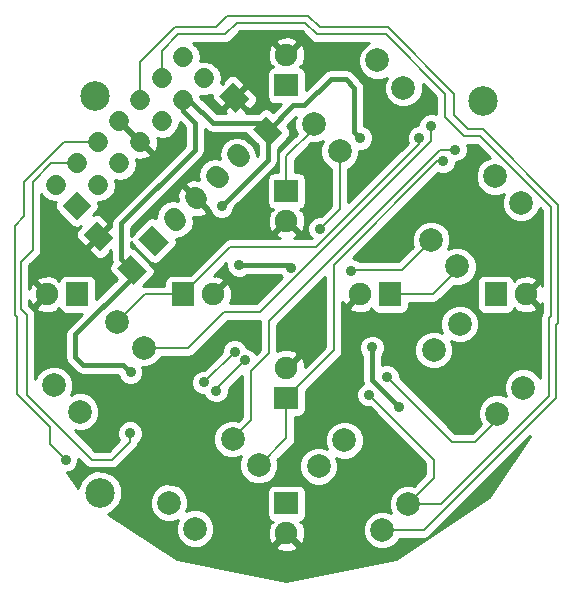
<source format=gtl>
G04 #@! TF.FileFunction,Copper,L1,Top,Signal*
%FSLAX46Y46*%
G04 Gerber Fmt 4.6, Leading zero omitted, Abs format (unit mm)*
G04 Created by KiCad (PCBNEW 4.0.5) date 01/04/17 16:28:53*
%MOMM*%
%LPD*%
G01*
G04 APERTURE LIST*
%ADD10C,0.100000*%
%ADD11C,1.998980*%
%ADD12C,2.500000*%
%ADD13C,1.727200*%
%ADD14R,2.000000X1.900000*%
%ADD15C,1.900000*%
%ADD16R,1.900000X2.000000*%
%ADD17C,0.889000*%
%ADD18C,0.200000*%
%ADD19C,0.400000*%
%ADD20C,0.254000*%
G04 APERTURE END LIST*
D10*
D11*
X201900000Y-117550000D03*
X196511846Y-122938154D03*
D12*
X197800000Y-96200000D03*
X230600000Y-96600000D03*
X198200000Y-129800000D03*
D11*
X221700000Y-93200000D03*
X216311846Y-98588154D03*
D10*
G36*
X201420922Y-108342237D02*
X202642237Y-107120922D01*
X204079078Y-108557763D01*
X202857763Y-109779078D01*
X201420922Y-108342237D01*
X201420922Y-108342237D01*
G37*
D13*
X204438288Y-106546186D02*
X204653814Y-106761712D01*
X206234339Y-104750135D02*
X206449865Y-104965661D01*
X208030391Y-102954083D02*
X208245917Y-103169609D01*
X209826442Y-101158032D02*
X210041968Y-101373558D01*
D11*
X233850000Y-105250000D03*
X228461846Y-110638154D03*
X194300000Y-120700000D03*
X199688154Y-115311846D03*
D10*
G36*
X197471315Y-105500000D02*
X196250000Y-106721315D01*
X195028685Y-105500000D01*
X196250000Y-104278685D01*
X197471315Y-105500000D01*
X197471315Y-105500000D01*
G37*
D13*
X194453949Y-103703949D02*
X194453949Y-103703949D01*
X198046051Y-103703949D02*
X198046051Y-103703949D01*
X196250000Y-101907898D02*
X196250000Y-101907898D01*
X199842102Y-101907898D02*
X199842102Y-101907898D01*
X198046051Y-100111846D02*
X198046051Y-100111846D01*
X201638154Y-100111846D02*
X201638154Y-100111846D01*
X199842102Y-98315795D02*
X199842102Y-98315795D01*
X203434205Y-98315795D02*
X203434205Y-98315795D01*
X201638154Y-96519744D02*
X201638154Y-96519744D01*
X205230256Y-96519744D02*
X205230256Y-96519744D01*
X203434205Y-94723693D02*
X203434205Y-94723693D01*
X207026307Y-94723693D02*
X207026307Y-94723693D01*
X205230256Y-92927641D02*
X205230256Y-92927641D01*
D11*
X231850000Y-123100000D03*
X226461846Y-117711846D03*
D10*
G36*
X208312994Y-96194365D02*
X209444365Y-95062994D01*
X210858578Y-96477207D01*
X209727207Y-97608578D01*
X208312994Y-96194365D01*
X208312994Y-96194365D01*
G37*
G36*
X211141422Y-99022793D02*
X212272793Y-97891422D01*
X213687006Y-99305635D01*
X212555635Y-100437006D01*
X211141422Y-99022793D01*
X211141422Y-99022793D01*
G37*
G36*
X196812994Y-107944365D02*
X197944365Y-106812994D01*
X199358578Y-108227207D01*
X198227207Y-109358578D01*
X196812994Y-107944365D01*
X196812994Y-107944365D01*
G37*
G36*
X199641422Y-110772793D02*
X200772793Y-109641422D01*
X202187006Y-111055635D01*
X201055635Y-112187006D01*
X199641422Y-110772793D01*
X199641422Y-110772793D01*
G37*
D14*
X214000000Y-104250000D03*
D15*
X214000000Y-106790000D03*
D16*
X205250000Y-113000000D03*
D15*
X207790000Y-113000000D03*
D16*
X222750000Y-113000000D03*
D15*
X220210000Y-113000000D03*
D14*
X214000000Y-121750000D03*
D15*
X214000000Y-119210000D03*
D14*
X214000000Y-95300000D03*
D15*
X214000000Y-92760000D03*
D16*
X231700000Y-113000000D03*
D15*
X234240000Y-113000000D03*
D16*
X196300000Y-113000000D03*
D15*
X193760000Y-113000000D03*
D14*
X214000000Y-130700000D03*
D15*
X214000000Y-133240000D03*
D11*
X223900000Y-95500000D03*
X218511846Y-100888154D03*
X226250000Y-108400000D03*
X231638154Y-103011846D03*
X204050000Y-130650000D03*
X209438154Y-125261846D03*
X206250000Y-132850000D03*
X211638154Y-127461846D03*
X234050000Y-120900000D03*
X228661846Y-115511846D03*
X224300000Y-130750000D03*
X218911846Y-125361846D03*
X222100000Y-132950000D03*
X216711846Y-127561846D03*
D17*
X208050000Y-121150000D03*
X210500000Y-118600000D03*
X219450000Y-111000000D03*
X216850000Y-107450000D03*
X209600000Y-117850000D03*
X207000000Y-120450000D03*
X225250000Y-99750000D03*
X226250000Y-98750000D03*
X228250000Y-100750000D03*
X227250000Y-101750000D03*
X200800000Y-119600000D03*
X220250000Y-99750000D03*
X208500000Y-105500000D03*
X210000000Y-110500000D03*
X214350000Y-110750000D03*
X221250000Y-117500000D03*
X223500000Y-122500000D03*
X222500000Y-120000000D03*
X200750000Y-124750000D03*
X221000000Y-121500000D03*
X195300000Y-127000000D03*
D18*
X226250000Y-108400000D02*
X226250000Y-108450000D01*
X226250000Y-108450000D02*
X223750000Y-110950000D01*
X208050000Y-121050000D02*
X208050000Y-121150000D01*
X210500000Y-118600000D02*
X208050000Y-121050000D01*
X219500000Y-110950000D02*
X219450000Y-111000000D01*
X223750000Y-110950000D02*
X219500000Y-110950000D01*
X216311846Y-98588154D02*
X216311846Y-98988154D01*
X216311846Y-98988154D02*
X214000000Y-101300000D01*
X214000000Y-101300000D02*
X214000000Y-104250000D01*
X218511846Y-105788154D02*
X218511846Y-100888154D01*
X216850000Y-107450000D02*
X218511846Y-105788154D01*
X207000000Y-120450000D02*
X209600000Y-117850000D01*
X209250000Y-109000000D02*
X205250000Y-113000000D01*
X216500000Y-109000000D02*
X209250000Y-109000000D01*
X225250000Y-100250000D02*
X216500000Y-109000000D01*
X225250000Y-99750000D02*
X225250000Y-100250000D01*
X205250000Y-113000000D02*
X202000000Y-113000000D01*
X202000000Y-113000000D02*
X199688154Y-115311846D01*
X205700000Y-117550000D02*
X201900000Y-117550000D01*
X208750000Y-114500000D02*
X205700000Y-117550000D01*
X211750000Y-114500000D02*
X208750000Y-114500000D01*
X226250000Y-100000000D02*
X211750000Y-114500000D01*
X226250000Y-98750000D02*
X226250000Y-100000000D01*
X228461846Y-110638154D02*
X228461846Y-110938154D01*
X228461846Y-110938154D02*
X226400000Y-113000000D01*
X226400000Y-113000000D02*
X222750000Y-113000000D01*
X211000000Y-119500000D02*
X211000000Y-123650000D01*
X212500000Y-118000000D02*
X211000000Y-119500000D01*
X212500000Y-115250000D02*
X212500000Y-118000000D01*
X227000000Y-100750000D02*
X212500000Y-115250000D01*
X228250000Y-100750000D02*
X227000000Y-100750000D01*
X211000000Y-123650000D02*
X209400000Y-125250000D01*
X211638154Y-127461846D02*
X211738154Y-127461846D01*
X211738154Y-127461846D02*
X214000000Y-125200000D01*
X214000000Y-125200000D02*
X214000000Y-121750000D01*
X218000000Y-117750000D02*
X214000000Y-121750000D01*
X218000000Y-110500000D02*
X218000000Y-117750000D01*
X226750000Y-101750000D02*
X218000000Y-110500000D01*
X227250000Y-101750000D02*
X226750000Y-101750000D01*
X214000000Y-121750000D02*
X214000000Y-121500000D01*
X210500000Y-97250000D02*
X209835786Y-96585786D01*
X198500000Y-108750000D02*
X198085786Y-108335786D01*
D19*
X196100000Y-116400000D02*
X200914214Y-111585786D01*
X196100000Y-118300000D02*
X196100000Y-116400000D01*
X196800000Y-119000000D02*
X196100000Y-118300000D01*
X200200000Y-119000000D02*
X196800000Y-119000000D01*
X200800000Y-119600000D02*
X200200000Y-119000000D01*
X200914214Y-111585786D02*
X200914214Y-110914214D01*
X214578428Y-97000000D02*
X212414214Y-99164214D01*
X215500000Y-97000000D02*
X214578428Y-97000000D01*
X217750000Y-94750000D02*
X215500000Y-97000000D01*
X219000000Y-94750000D02*
X217750000Y-94750000D01*
X219750000Y-95500000D02*
X219000000Y-94750000D01*
X219750000Y-99250000D02*
X219750000Y-95500000D01*
X220250000Y-99750000D02*
X219750000Y-99250000D01*
D18*
X200914214Y-111585786D02*
X200914214Y-110914214D01*
D19*
X205230256Y-96519744D02*
X205230256Y-97480256D01*
X200000000Y-110000000D02*
X200914214Y-110914214D01*
X200000000Y-107000000D02*
X200000000Y-110000000D01*
X206250000Y-100750000D02*
X200000000Y-107000000D01*
X206250000Y-98500000D02*
X206250000Y-100750000D01*
X205230256Y-97480256D02*
X206250000Y-98500000D01*
X212414214Y-101585786D02*
X212414214Y-99164214D01*
X208500000Y-105500000D02*
X212414214Y-101585786D01*
X214100000Y-110500000D02*
X210000000Y-110500000D01*
D18*
X214350000Y-110750000D02*
X214100000Y-110500000D01*
D19*
X221250000Y-120250000D02*
X221250000Y-117500000D01*
X223500000Y-122500000D02*
X221250000Y-120250000D01*
D18*
X205230256Y-96519744D02*
X205769744Y-96519744D01*
D19*
X205769744Y-96519744D02*
X207750000Y-98500000D01*
X207750000Y-98500000D02*
X211750000Y-98500000D01*
D18*
X211750000Y-98500000D02*
X212414214Y-99164214D01*
X205230256Y-96519744D02*
X205230256Y-96730256D01*
X205230256Y-96730256D02*
X205250000Y-96750000D01*
X205230256Y-96519744D02*
X205519744Y-96519744D01*
X205519744Y-96519744D02*
X205585786Y-96585786D01*
X230000000Y-125500000D02*
X231850000Y-123650000D01*
X228000000Y-125500000D02*
X230000000Y-125500000D01*
X222500000Y-120000000D02*
X228000000Y-125500000D01*
X231850000Y-123650000D02*
X231850000Y-123100000D01*
X194092102Y-101907898D02*
X196250000Y-101907898D01*
X192500000Y-103500000D02*
X194092102Y-101907898D01*
X192500000Y-109250000D02*
X192500000Y-103500000D01*
X191500000Y-110250000D02*
X192500000Y-109250000D01*
X191500000Y-114250000D02*
X191500000Y-110250000D01*
X192000000Y-114750000D02*
X191500000Y-114250000D01*
X192000000Y-121500000D02*
X192000000Y-114750000D01*
X197500000Y-127000000D02*
X192000000Y-121500000D01*
X199250000Y-127000000D02*
X197500000Y-127000000D01*
X200750000Y-125500000D02*
X199250000Y-127000000D01*
X200750000Y-124750000D02*
X200750000Y-125500000D01*
X222100000Y-132950000D02*
X225650000Y-132950000D01*
X201638154Y-93361846D02*
X201638154Y-96519744D01*
X204600000Y-90400000D02*
X201638154Y-93361846D01*
X208000000Y-90400000D02*
X204600000Y-90400000D01*
X209000000Y-89400000D02*
X208000000Y-90400000D01*
X215800000Y-89400000D02*
X209000000Y-89400000D01*
X216800000Y-90400000D02*
X215800000Y-89400000D01*
X222600000Y-90400000D02*
X216800000Y-90400000D01*
X228200000Y-96000000D02*
X222600000Y-90400000D01*
X228200000Y-97800000D02*
X228200000Y-96000000D01*
X229400000Y-99000000D02*
X228200000Y-97800000D01*
X230600000Y-99000000D02*
X229400000Y-99000000D01*
X237000000Y-105400000D02*
X230600000Y-99000000D01*
X237000000Y-115400000D02*
X237000000Y-105400000D01*
X236800000Y-115600000D02*
X237000000Y-115400000D01*
X236800000Y-121800000D02*
X236800000Y-115600000D01*
X225650000Y-132950000D02*
X236800000Y-121800000D01*
X224300000Y-130750000D02*
X227050000Y-130750000D01*
X203434205Y-92365795D02*
X203434205Y-94723693D01*
X204800000Y-91000000D02*
X203434205Y-92365795D01*
X208800000Y-91000000D02*
X204800000Y-91000000D01*
X209800000Y-90000000D02*
X208800000Y-91000000D01*
X215600000Y-90000000D02*
X209800000Y-90000000D01*
X216600000Y-91000000D02*
X215600000Y-90000000D01*
X222400000Y-91000000D02*
X216600000Y-91000000D01*
X227400000Y-96000000D02*
X222400000Y-91000000D01*
X227400000Y-98000000D02*
X227400000Y-96000000D01*
X229000000Y-99600000D02*
X227400000Y-98000000D01*
X230400000Y-99600000D02*
X229000000Y-99600000D01*
X236400000Y-105600000D02*
X230400000Y-99600000D01*
X236400000Y-114800000D02*
X236400000Y-105600000D01*
X236200000Y-115000000D02*
X236400000Y-114800000D01*
X236200000Y-121600000D02*
X236200000Y-115000000D01*
X227050000Y-130750000D02*
X236200000Y-121600000D01*
X226500000Y-128550000D02*
X224300000Y-130750000D01*
X226500000Y-127000000D02*
X226500000Y-128550000D01*
X221000000Y-121500000D02*
X226500000Y-127000000D01*
X195138154Y-100111846D02*
X198046051Y-100111846D01*
X191800000Y-103450000D02*
X195138154Y-100111846D01*
X191800000Y-106400000D02*
X191800000Y-103450000D01*
X191000000Y-107200000D02*
X191800000Y-106400000D01*
X191000000Y-114750000D02*
X191000000Y-107200000D01*
X191200000Y-114950000D02*
X191000000Y-114750000D01*
X191200000Y-121450000D02*
X191200000Y-114950000D01*
X194000000Y-124250000D02*
X191200000Y-121450000D01*
X194000000Y-125700000D02*
X194000000Y-124250000D01*
X195300000Y-127000000D02*
X194000000Y-125700000D01*
D20*
G36*
X200035850Y-98301653D02*
X200021707Y-98315795D01*
X200875056Y-99169143D01*
X200875057Y-99169143D01*
X201638154Y-99932241D01*
X201652297Y-99918099D01*
X201831902Y-100097704D01*
X201817759Y-100111846D01*
X202671108Y-100965194D01*
X202920834Y-100886787D01*
X203093122Y-100470873D01*
X203119763Y-99886752D01*
X203073658Y-99759308D01*
X203454965Y-99835155D01*
X204028455Y-99721081D01*
X204514635Y-99396225D01*
X204839491Y-98910045D01*
X204945622Y-98376490D01*
X205415000Y-98845868D01*
X205415000Y-100404132D01*
X199409566Y-106409566D01*
X199228561Y-106680459D01*
X199165000Y-107000000D01*
X199165000Y-107273144D01*
X199078034Y-107273144D01*
X198265391Y-108085786D01*
X198279534Y-108099929D01*
X198099929Y-108279534D01*
X198085786Y-108265391D01*
X197273144Y-109078034D01*
X197273144Y-109302540D01*
X197867509Y-109896905D01*
X198100898Y-109993578D01*
X198353516Y-109993578D01*
X198586906Y-109896906D01*
X198765534Y-109718277D01*
X199039850Y-109443961D01*
X199039850Y-109219458D01*
X199152102Y-109331710D01*
X199165000Y-109318812D01*
X199165000Y-110000000D01*
X199220348Y-110278249D01*
X199183613Y-110314984D01*
X199048528Y-110512687D01*
X198994044Y-110763849D01*
X199041568Y-111016420D01*
X199183613Y-111230602D01*
X199636072Y-111683061D01*
X197897440Y-113421692D01*
X197897440Y-112000000D01*
X197853162Y-111764683D01*
X197714090Y-111548559D01*
X197501890Y-111403569D01*
X197250000Y-111352560D01*
X195350000Y-111352560D01*
X195114683Y-111396838D01*
X194898559Y-111535910D01*
X194753569Y-111748110D01*
X194733582Y-111846810D01*
X194696744Y-111883648D01*
X194604208Y-111621981D01*
X194012602Y-111403812D01*
X193382539Y-111428648D01*
X192915792Y-111621981D01*
X192823255Y-111883650D01*
X193760000Y-112820395D01*
X193774143Y-112806253D01*
X193953748Y-112985858D01*
X193939605Y-113000000D01*
X193953748Y-113014143D01*
X193774143Y-113193748D01*
X193760000Y-113179605D01*
X192823255Y-114116350D01*
X192915792Y-114378019D01*
X193507398Y-114596188D01*
X194137461Y-114571352D01*
X194604208Y-114378019D01*
X194696744Y-114116352D01*
X194730875Y-114150483D01*
X194746838Y-114235317D01*
X194885910Y-114451441D01*
X195098110Y-114596431D01*
X195350000Y-114647440D01*
X196671692Y-114647440D01*
X195509566Y-115809566D01*
X195328561Y-116080459D01*
X195265000Y-116400000D01*
X195265000Y-118300000D01*
X195328561Y-118619541D01*
X195425501Y-118764622D01*
X195509566Y-118890434D01*
X196209565Y-119590434D01*
X196313029Y-119659566D01*
X196480459Y-119771439D01*
X196800000Y-119835000D01*
X199729079Y-119835000D01*
X199884311Y-120210689D01*
X200187714Y-120514622D01*
X200584332Y-120679313D01*
X201013784Y-120679687D01*
X201410689Y-120515689D01*
X201714622Y-120212286D01*
X201879313Y-119815668D01*
X201879687Y-119386216D01*
X201796299Y-119184401D01*
X202223694Y-119184774D01*
X202824655Y-118936462D01*
X203284846Y-118477073D01*
X203364602Y-118285000D01*
X205700000Y-118285000D01*
X205981272Y-118229051D01*
X206219723Y-118069723D01*
X209054447Y-115235000D01*
X211750000Y-115235000D01*
X211768725Y-115231275D01*
X211765000Y-115250000D01*
X211765000Y-117695553D01*
X211431932Y-118028622D01*
X211415689Y-117989311D01*
X211112286Y-117685378D01*
X210715668Y-117520687D01*
X210631921Y-117520614D01*
X210515689Y-117239311D01*
X210212286Y-116935378D01*
X209815668Y-116770687D01*
X209386216Y-116770313D01*
X208989311Y-116934311D01*
X208685378Y-117237714D01*
X208520687Y-117634332D01*
X208520464Y-117890089D01*
X207040020Y-119370534D01*
X206786216Y-119370313D01*
X206389311Y-119534311D01*
X206085378Y-119837714D01*
X205920687Y-120234332D01*
X205920313Y-120663784D01*
X206084311Y-121060689D01*
X206387714Y-121364622D01*
X206784332Y-121529313D01*
X207038800Y-121529535D01*
X207134311Y-121760689D01*
X207437714Y-122064622D01*
X207834332Y-122229313D01*
X208263784Y-122229687D01*
X208660689Y-122065689D01*
X208964622Y-121762286D01*
X209129313Y-121365668D01*
X209129623Y-121009823D01*
X210265000Y-119874447D01*
X210265000Y-123345553D01*
X209918889Y-123691664D01*
X209764701Y-123627640D01*
X209114460Y-123627072D01*
X208513499Y-123875384D01*
X208053308Y-124334773D01*
X207803948Y-124935299D01*
X207803380Y-125585540D01*
X208051692Y-126186501D01*
X208511081Y-126646692D01*
X209111607Y-126896052D01*
X209761848Y-126896620D01*
X210173722Y-126726437D01*
X210003948Y-127135299D01*
X210003380Y-127785540D01*
X210251692Y-128386501D01*
X210711081Y-128846692D01*
X211311607Y-129096052D01*
X211961848Y-129096620D01*
X212562809Y-128848308D01*
X213023000Y-128388919D01*
X213232021Y-127885540D01*
X215077072Y-127885540D01*
X215325384Y-128486501D01*
X215784773Y-128946692D01*
X216385299Y-129196052D01*
X217035540Y-129196620D01*
X217636501Y-128948308D01*
X218096692Y-128488919D01*
X218346052Y-127888393D01*
X218346620Y-127238152D01*
X218176437Y-126826278D01*
X218585299Y-126996052D01*
X219235540Y-126996620D01*
X219836501Y-126748308D01*
X220296692Y-126288919D01*
X220546052Y-125688393D01*
X220546620Y-125038152D01*
X220298308Y-124437191D01*
X219838919Y-123977000D01*
X219238393Y-123727640D01*
X218588152Y-123727072D01*
X217987191Y-123975384D01*
X217527000Y-124434773D01*
X217277640Y-125035299D01*
X217277072Y-125685540D01*
X217447255Y-126097414D01*
X217038393Y-125927640D01*
X216388152Y-125927072D01*
X215787191Y-126175384D01*
X215327000Y-126634773D01*
X215077640Y-127235299D01*
X215077072Y-127885540D01*
X213232021Y-127885540D01*
X213272360Y-127788393D01*
X213272928Y-127138152D01*
X213222745Y-127016701D01*
X214519723Y-125719724D01*
X214679051Y-125481272D01*
X214702719Y-125362286D01*
X214735000Y-125200000D01*
X214735000Y-123347440D01*
X215000000Y-123347440D01*
X215235317Y-123303162D01*
X215451441Y-123164090D01*
X215596431Y-122951890D01*
X215647440Y-122700000D01*
X215647440Y-121142006D01*
X218519723Y-118269724D01*
X218679051Y-118031272D01*
X218685271Y-118000000D01*
X218735000Y-117750000D01*
X218735000Y-113610075D01*
X218831981Y-113844208D01*
X219093650Y-113936745D01*
X220030395Y-113000000D01*
X220016253Y-112985858D01*
X220195858Y-112806253D01*
X220210000Y-112820395D01*
X220224143Y-112806253D01*
X220403748Y-112985858D01*
X220389605Y-113000000D01*
X220403748Y-113014143D01*
X220224143Y-113193748D01*
X220210000Y-113179605D01*
X219273255Y-114116350D01*
X219365792Y-114378019D01*
X219957398Y-114596188D01*
X220587461Y-114571352D01*
X221054208Y-114378019D01*
X221146744Y-114116352D01*
X221180875Y-114150483D01*
X221196838Y-114235317D01*
X221335910Y-114451441D01*
X221548110Y-114596431D01*
X221800000Y-114647440D01*
X223700000Y-114647440D01*
X223935317Y-114603162D01*
X224151441Y-114464090D01*
X224296431Y-114251890D01*
X224347440Y-114000000D01*
X224347440Y-113735000D01*
X226400000Y-113735000D01*
X226681272Y-113679051D01*
X226919723Y-113519723D01*
X228167059Y-112272388D01*
X228785540Y-112272928D01*
X229386501Y-112024616D01*
X229411159Y-112000000D01*
X230102560Y-112000000D01*
X230102560Y-114000000D01*
X230146838Y-114235317D01*
X230285910Y-114451441D01*
X230498110Y-114596431D01*
X230750000Y-114647440D01*
X232650000Y-114647440D01*
X232885317Y-114603162D01*
X233101441Y-114464090D01*
X233246431Y-114251890D01*
X233266418Y-114153190D01*
X233303256Y-114116352D01*
X233395792Y-114378019D01*
X233987398Y-114596188D01*
X234617461Y-114571352D01*
X235084208Y-114378019D01*
X235176745Y-114116350D01*
X234240000Y-113179605D01*
X234225858Y-113193748D01*
X234046253Y-113014143D01*
X234060395Y-113000000D01*
X234046253Y-112985858D01*
X234225858Y-112806253D01*
X234240000Y-112820395D01*
X235176745Y-111883650D01*
X235084208Y-111621981D01*
X234492602Y-111403812D01*
X233862539Y-111428648D01*
X233395792Y-111621981D01*
X233303256Y-111883648D01*
X233269125Y-111849517D01*
X233253162Y-111764683D01*
X233114090Y-111548559D01*
X232901890Y-111403569D01*
X232650000Y-111352560D01*
X230750000Y-111352560D01*
X230514683Y-111396838D01*
X230298559Y-111535910D01*
X230153569Y-111748110D01*
X230102560Y-112000000D01*
X229411159Y-112000000D01*
X229846692Y-111565227D01*
X230096052Y-110964701D01*
X230096620Y-110314460D01*
X229848308Y-109713499D01*
X229388919Y-109253308D01*
X228788393Y-109003948D01*
X228138152Y-109003380D01*
X227692854Y-109187373D01*
X227884206Y-108726547D01*
X227884774Y-108076306D01*
X227636462Y-107475345D01*
X227177073Y-107015154D01*
X226576547Y-106765794D01*
X225926306Y-106765226D01*
X225325345Y-107013538D01*
X224865154Y-107472927D01*
X224615794Y-108073453D01*
X224615226Y-108723694D01*
X224709266Y-108951288D01*
X223445554Y-110215000D01*
X220191682Y-110215000D01*
X220062286Y-110085378D01*
X219665668Y-109920687D01*
X219618800Y-109920646D01*
X226805255Y-102734192D01*
X227034332Y-102829313D01*
X227463784Y-102829687D01*
X227860689Y-102665689D01*
X228164622Y-102362286D01*
X228329313Y-101965668D01*
X228329432Y-101829570D01*
X228463784Y-101829687D01*
X228860689Y-101665689D01*
X229164622Y-101362286D01*
X229329313Y-100965668D01*
X229329687Y-100536216D01*
X229246546Y-100335000D01*
X230095554Y-100335000D01*
X231189329Y-101428775D01*
X230713499Y-101625384D01*
X230253308Y-102084773D01*
X230003948Y-102685299D01*
X230003380Y-103335540D01*
X230251692Y-103936501D01*
X230711081Y-104396692D01*
X231311607Y-104646052D01*
X231961848Y-104646620D01*
X232407146Y-104462627D01*
X232215794Y-104923453D01*
X232215226Y-105573694D01*
X232463538Y-106174655D01*
X232922927Y-106634846D01*
X233523453Y-106884206D01*
X234173694Y-106884774D01*
X234774655Y-106636462D01*
X235234846Y-106177073D01*
X235441045Y-105680491D01*
X235665000Y-105904447D01*
X235665000Y-112269214D01*
X235618019Y-112155792D01*
X235356350Y-112063255D01*
X234419605Y-113000000D01*
X235356350Y-113936745D01*
X235618019Y-113844208D01*
X235665000Y-113716810D01*
X235665000Y-114503141D01*
X235520949Y-114718728D01*
X235465000Y-115000000D01*
X235465000Y-120044412D01*
X235436462Y-119975345D01*
X234977073Y-119515154D01*
X234376547Y-119265794D01*
X233726306Y-119265226D01*
X233125345Y-119513538D01*
X232665154Y-119972927D01*
X232415794Y-120573453D01*
X232415226Y-121223694D01*
X232585409Y-121635568D01*
X232176547Y-121465794D01*
X231526306Y-121465226D01*
X230925345Y-121713538D01*
X230465154Y-122172927D01*
X230215794Y-122773453D01*
X230215226Y-123423694D01*
X230455457Y-124005097D01*
X229695554Y-124765000D01*
X228304447Y-124765000D01*
X223579466Y-120040020D01*
X223579687Y-119786216D01*
X223415689Y-119389311D01*
X223112286Y-119085378D01*
X222715668Y-118920687D01*
X222286216Y-118920313D01*
X222085000Y-119003454D01*
X222085000Y-118191769D01*
X222164622Y-118112286D01*
X222196489Y-118035540D01*
X224827072Y-118035540D01*
X225075384Y-118636501D01*
X225534773Y-119096692D01*
X226135299Y-119346052D01*
X226785540Y-119346620D01*
X227386501Y-119098308D01*
X227846692Y-118638919D01*
X228096052Y-118038393D01*
X228096620Y-117388152D01*
X227926437Y-116976278D01*
X228335299Y-117146052D01*
X228985540Y-117146620D01*
X229586501Y-116898308D01*
X230046692Y-116438919D01*
X230296052Y-115838393D01*
X230296620Y-115188152D01*
X230048308Y-114587191D01*
X229588919Y-114127000D01*
X228988393Y-113877640D01*
X228338152Y-113877072D01*
X227737191Y-114125384D01*
X227277000Y-114584773D01*
X227027640Y-115185299D01*
X227027072Y-115835540D01*
X227197255Y-116247414D01*
X226788393Y-116077640D01*
X226138152Y-116077072D01*
X225537191Y-116325384D01*
X225077000Y-116784773D01*
X224827640Y-117385299D01*
X224827072Y-118035540D01*
X222196489Y-118035540D01*
X222329313Y-117715668D01*
X222329687Y-117286216D01*
X222165689Y-116889311D01*
X221862286Y-116585378D01*
X221465668Y-116420687D01*
X221036216Y-116420313D01*
X220639311Y-116584311D01*
X220335378Y-116887714D01*
X220170687Y-117284332D01*
X220170313Y-117713784D01*
X220334311Y-118110689D01*
X220415000Y-118191519D01*
X220415000Y-120250000D01*
X220474498Y-120549113D01*
X220389311Y-120584311D01*
X220085378Y-120887714D01*
X219920687Y-121284332D01*
X219920313Y-121713784D01*
X220084311Y-122110689D01*
X220387714Y-122414622D01*
X220784332Y-122579313D01*
X221040090Y-122579536D01*
X225765000Y-127304447D01*
X225765000Y-128245553D01*
X224816065Y-129194489D01*
X224626547Y-129115794D01*
X223976306Y-129115226D01*
X223375345Y-129363538D01*
X222915154Y-129822927D01*
X222665794Y-130423453D01*
X222665226Y-131073694D01*
X222835409Y-131485568D01*
X222426547Y-131315794D01*
X221776306Y-131315226D01*
X221175345Y-131563538D01*
X220715154Y-132022927D01*
X220465794Y-132623453D01*
X220465226Y-133273694D01*
X220713538Y-133874655D01*
X221172927Y-134334846D01*
X221773453Y-134584206D01*
X222423694Y-134584774D01*
X223024655Y-134336462D01*
X223484846Y-133877073D01*
X223564602Y-133685000D01*
X225650000Y-133685000D01*
X225931272Y-133629051D01*
X226169723Y-133469723D01*
X234638622Y-125000825D01*
X231178806Y-130178806D01*
X223297103Y-135445191D01*
X214000000Y-137294500D01*
X204702897Y-135445191D01*
X198883834Y-131557018D01*
X199266372Y-131398957D01*
X199692377Y-130973694D01*
X202415226Y-130973694D01*
X202663538Y-131574655D01*
X203122927Y-132034846D01*
X203723453Y-132284206D01*
X204373694Y-132284774D01*
X204785568Y-132114591D01*
X204615794Y-132523453D01*
X204615226Y-133173694D01*
X204863538Y-133774655D01*
X205322927Y-134234846D01*
X205923453Y-134484206D01*
X206573694Y-134484774D01*
X206884503Y-134356350D01*
X213063255Y-134356350D01*
X213155792Y-134618019D01*
X213747398Y-134836188D01*
X214377461Y-134811352D01*
X214844208Y-134618019D01*
X214936745Y-134356350D01*
X214000000Y-133419605D01*
X213063255Y-134356350D01*
X206884503Y-134356350D01*
X207174655Y-134236462D01*
X207634846Y-133777073D01*
X207884206Y-133176547D01*
X207884774Y-132526306D01*
X207636462Y-131925345D01*
X207177073Y-131465154D01*
X206576547Y-131215794D01*
X205926306Y-131215226D01*
X205514432Y-131385409D01*
X205684206Y-130976547D01*
X205684774Y-130326306D01*
X205446650Y-129750000D01*
X212352560Y-129750000D01*
X212352560Y-131650000D01*
X212396838Y-131885317D01*
X212535910Y-132101441D01*
X212748110Y-132246431D01*
X212846810Y-132266418D01*
X212883648Y-132303256D01*
X212621981Y-132395792D01*
X212403812Y-132987398D01*
X212428648Y-133617461D01*
X212621981Y-134084208D01*
X212883650Y-134176745D01*
X213820395Y-133240000D01*
X213806253Y-133225858D01*
X213985858Y-133046253D01*
X214000000Y-133060395D01*
X214014143Y-133046253D01*
X214193748Y-133225858D01*
X214179605Y-133240000D01*
X215116350Y-134176745D01*
X215378019Y-134084208D01*
X215596188Y-133492602D01*
X215571352Y-132862539D01*
X215378019Y-132395792D01*
X215116352Y-132303256D01*
X215150483Y-132269125D01*
X215235317Y-132253162D01*
X215451441Y-132114090D01*
X215596431Y-131901890D01*
X215647440Y-131650000D01*
X215647440Y-129750000D01*
X215603162Y-129514683D01*
X215464090Y-129298559D01*
X215251890Y-129153569D01*
X215000000Y-129102560D01*
X213000000Y-129102560D01*
X212764683Y-129146838D01*
X212548559Y-129285910D01*
X212403569Y-129498110D01*
X212352560Y-129750000D01*
X205446650Y-129750000D01*
X205436462Y-129725345D01*
X204977073Y-129265154D01*
X204376547Y-129015794D01*
X203726306Y-129015226D01*
X203125345Y-129263538D01*
X202665154Y-129722927D01*
X202415794Y-130323453D01*
X202415226Y-130973694D01*
X199692377Y-130973694D01*
X199797093Y-130869161D01*
X200084672Y-130176595D01*
X200085326Y-129426695D01*
X199798957Y-128733628D01*
X199269161Y-128202907D01*
X198576595Y-127915328D01*
X197826695Y-127914674D01*
X197133628Y-128201043D01*
X196602907Y-128730839D01*
X196315759Y-129422368D01*
X195418552Y-128079604D01*
X195513784Y-128079687D01*
X195910689Y-127915689D01*
X196214622Y-127612286D01*
X196379313Y-127215668D01*
X196379571Y-126919018D01*
X196980277Y-127519724D01*
X197118807Y-127612286D01*
X197218728Y-127679051D01*
X197500000Y-127735000D01*
X199250000Y-127735000D01*
X199531272Y-127679051D01*
X199769723Y-127519723D01*
X201269723Y-126019724D01*
X201429051Y-125781272D01*
X201467417Y-125588393D01*
X201474676Y-125551901D01*
X201664622Y-125362286D01*
X201829313Y-124965668D01*
X201829687Y-124536216D01*
X201665689Y-124139311D01*
X201362286Y-123835378D01*
X200965668Y-123670687D01*
X200536216Y-123670313D01*
X200139311Y-123834311D01*
X199835378Y-124137714D01*
X199670687Y-124534332D01*
X199670313Y-124963784D01*
X199834311Y-125360689D01*
X199842081Y-125368472D01*
X198945554Y-126265000D01*
X197804447Y-126265000D01*
X196059620Y-124520174D01*
X196185299Y-124572360D01*
X196835540Y-124572928D01*
X197436501Y-124324616D01*
X197896692Y-123865227D01*
X198146052Y-123264701D01*
X198146620Y-122614460D01*
X197898308Y-122013499D01*
X197438919Y-121553308D01*
X196838393Y-121303948D01*
X196188152Y-121303380D01*
X195742854Y-121487373D01*
X195934206Y-121026547D01*
X195934774Y-120376306D01*
X195686462Y-119775345D01*
X195227073Y-119315154D01*
X194626547Y-119065794D01*
X193976306Y-119065226D01*
X193375345Y-119313538D01*
X192915154Y-119772927D01*
X192735000Y-120206786D01*
X192735000Y-114750000D01*
X192679051Y-114468728D01*
X192622954Y-114384773D01*
X192519724Y-114230277D01*
X192235000Y-113945554D01*
X192235000Y-113489365D01*
X192381981Y-113844208D01*
X192643650Y-113936745D01*
X193580395Y-113000000D01*
X192643650Y-112063255D01*
X192381981Y-112155792D01*
X192235000Y-112554358D01*
X192235000Y-110554446D01*
X193019724Y-109769723D01*
X193179051Y-109531272D01*
X193235000Y-109250000D01*
X193235000Y-104535551D01*
X193373519Y-104742859D01*
X193415039Y-104784379D01*
X193901219Y-105109235D01*
X194450424Y-105218478D01*
X194435791Y-105239894D01*
X194381307Y-105491056D01*
X194428831Y-105743627D01*
X194570876Y-105957809D01*
X195792191Y-107179124D01*
X195989894Y-107314209D01*
X196241056Y-107368693D01*
X196493627Y-107321169D01*
X196625862Y-107233471D01*
X196453295Y-107406038D01*
X196274666Y-107584666D01*
X196177994Y-107818056D01*
X196177994Y-108070674D01*
X196274667Y-108304063D01*
X196869032Y-108898428D01*
X197093538Y-108898428D01*
X197906181Y-108085786D01*
X197892039Y-108071644D01*
X198071644Y-107892039D01*
X198085786Y-107906181D01*
X198898428Y-107093538D01*
X198898428Y-106869032D01*
X198304063Y-106274667D01*
X198070674Y-106177994D01*
X197818056Y-106177994D01*
X197631783Y-106255150D01*
X197929124Y-105957809D01*
X198064209Y-105760106D01*
X198118693Y-105508944D01*
X198071169Y-105256373D01*
X198046571Y-105219283D01*
X198066811Y-105223309D01*
X198640301Y-105109235D01*
X199126481Y-104784379D01*
X199451337Y-104298199D01*
X199565411Y-103724709D01*
X199491553Y-103353400D01*
X199862862Y-103427258D01*
X200436352Y-103313184D01*
X200922532Y-102988328D01*
X201247388Y-102502148D01*
X201361462Y-101928658D01*
X201285615Y-101547349D01*
X201413060Y-101593455D01*
X201997181Y-101566814D01*
X202413095Y-101394526D01*
X202491502Y-101144800D01*
X201638154Y-100291451D01*
X201624012Y-100305594D01*
X201444407Y-100125989D01*
X201458549Y-100111846D01*
X200605200Y-99258498D01*
X200605199Y-99258498D01*
X199842102Y-98495400D01*
X199827960Y-98509543D01*
X199648355Y-98329938D01*
X199662497Y-98315795D01*
X199648354Y-98301653D01*
X199827960Y-98122048D01*
X199842102Y-98136190D01*
X199856245Y-98122048D01*
X200035850Y-98301653D01*
X200035850Y-98301653D01*
G37*
X200035850Y-98301653D02*
X200021707Y-98315795D01*
X200875056Y-99169143D01*
X200875057Y-99169143D01*
X201638154Y-99932241D01*
X201652297Y-99918099D01*
X201831902Y-100097704D01*
X201817759Y-100111846D01*
X202671108Y-100965194D01*
X202920834Y-100886787D01*
X203093122Y-100470873D01*
X203119763Y-99886752D01*
X203073658Y-99759308D01*
X203454965Y-99835155D01*
X204028455Y-99721081D01*
X204514635Y-99396225D01*
X204839491Y-98910045D01*
X204945622Y-98376490D01*
X205415000Y-98845868D01*
X205415000Y-100404132D01*
X199409566Y-106409566D01*
X199228561Y-106680459D01*
X199165000Y-107000000D01*
X199165000Y-107273144D01*
X199078034Y-107273144D01*
X198265391Y-108085786D01*
X198279534Y-108099929D01*
X198099929Y-108279534D01*
X198085786Y-108265391D01*
X197273144Y-109078034D01*
X197273144Y-109302540D01*
X197867509Y-109896905D01*
X198100898Y-109993578D01*
X198353516Y-109993578D01*
X198586906Y-109896906D01*
X198765534Y-109718277D01*
X199039850Y-109443961D01*
X199039850Y-109219458D01*
X199152102Y-109331710D01*
X199165000Y-109318812D01*
X199165000Y-110000000D01*
X199220348Y-110278249D01*
X199183613Y-110314984D01*
X199048528Y-110512687D01*
X198994044Y-110763849D01*
X199041568Y-111016420D01*
X199183613Y-111230602D01*
X199636072Y-111683061D01*
X197897440Y-113421692D01*
X197897440Y-112000000D01*
X197853162Y-111764683D01*
X197714090Y-111548559D01*
X197501890Y-111403569D01*
X197250000Y-111352560D01*
X195350000Y-111352560D01*
X195114683Y-111396838D01*
X194898559Y-111535910D01*
X194753569Y-111748110D01*
X194733582Y-111846810D01*
X194696744Y-111883648D01*
X194604208Y-111621981D01*
X194012602Y-111403812D01*
X193382539Y-111428648D01*
X192915792Y-111621981D01*
X192823255Y-111883650D01*
X193760000Y-112820395D01*
X193774143Y-112806253D01*
X193953748Y-112985858D01*
X193939605Y-113000000D01*
X193953748Y-113014143D01*
X193774143Y-113193748D01*
X193760000Y-113179605D01*
X192823255Y-114116350D01*
X192915792Y-114378019D01*
X193507398Y-114596188D01*
X194137461Y-114571352D01*
X194604208Y-114378019D01*
X194696744Y-114116352D01*
X194730875Y-114150483D01*
X194746838Y-114235317D01*
X194885910Y-114451441D01*
X195098110Y-114596431D01*
X195350000Y-114647440D01*
X196671692Y-114647440D01*
X195509566Y-115809566D01*
X195328561Y-116080459D01*
X195265000Y-116400000D01*
X195265000Y-118300000D01*
X195328561Y-118619541D01*
X195425501Y-118764622D01*
X195509566Y-118890434D01*
X196209565Y-119590434D01*
X196313029Y-119659566D01*
X196480459Y-119771439D01*
X196800000Y-119835000D01*
X199729079Y-119835000D01*
X199884311Y-120210689D01*
X200187714Y-120514622D01*
X200584332Y-120679313D01*
X201013784Y-120679687D01*
X201410689Y-120515689D01*
X201714622Y-120212286D01*
X201879313Y-119815668D01*
X201879687Y-119386216D01*
X201796299Y-119184401D01*
X202223694Y-119184774D01*
X202824655Y-118936462D01*
X203284846Y-118477073D01*
X203364602Y-118285000D01*
X205700000Y-118285000D01*
X205981272Y-118229051D01*
X206219723Y-118069723D01*
X209054447Y-115235000D01*
X211750000Y-115235000D01*
X211768725Y-115231275D01*
X211765000Y-115250000D01*
X211765000Y-117695553D01*
X211431932Y-118028622D01*
X211415689Y-117989311D01*
X211112286Y-117685378D01*
X210715668Y-117520687D01*
X210631921Y-117520614D01*
X210515689Y-117239311D01*
X210212286Y-116935378D01*
X209815668Y-116770687D01*
X209386216Y-116770313D01*
X208989311Y-116934311D01*
X208685378Y-117237714D01*
X208520687Y-117634332D01*
X208520464Y-117890089D01*
X207040020Y-119370534D01*
X206786216Y-119370313D01*
X206389311Y-119534311D01*
X206085378Y-119837714D01*
X205920687Y-120234332D01*
X205920313Y-120663784D01*
X206084311Y-121060689D01*
X206387714Y-121364622D01*
X206784332Y-121529313D01*
X207038800Y-121529535D01*
X207134311Y-121760689D01*
X207437714Y-122064622D01*
X207834332Y-122229313D01*
X208263784Y-122229687D01*
X208660689Y-122065689D01*
X208964622Y-121762286D01*
X209129313Y-121365668D01*
X209129623Y-121009823D01*
X210265000Y-119874447D01*
X210265000Y-123345553D01*
X209918889Y-123691664D01*
X209764701Y-123627640D01*
X209114460Y-123627072D01*
X208513499Y-123875384D01*
X208053308Y-124334773D01*
X207803948Y-124935299D01*
X207803380Y-125585540D01*
X208051692Y-126186501D01*
X208511081Y-126646692D01*
X209111607Y-126896052D01*
X209761848Y-126896620D01*
X210173722Y-126726437D01*
X210003948Y-127135299D01*
X210003380Y-127785540D01*
X210251692Y-128386501D01*
X210711081Y-128846692D01*
X211311607Y-129096052D01*
X211961848Y-129096620D01*
X212562809Y-128848308D01*
X213023000Y-128388919D01*
X213232021Y-127885540D01*
X215077072Y-127885540D01*
X215325384Y-128486501D01*
X215784773Y-128946692D01*
X216385299Y-129196052D01*
X217035540Y-129196620D01*
X217636501Y-128948308D01*
X218096692Y-128488919D01*
X218346052Y-127888393D01*
X218346620Y-127238152D01*
X218176437Y-126826278D01*
X218585299Y-126996052D01*
X219235540Y-126996620D01*
X219836501Y-126748308D01*
X220296692Y-126288919D01*
X220546052Y-125688393D01*
X220546620Y-125038152D01*
X220298308Y-124437191D01*
X219838919Y-123977000D01*
X219238393Y-123727640D01*
X218588152Y-123727072D01*
X217987191Y-123975384D01*
X217527000Y-124434773D01*
X217277640Y-125035299D01*
X217277072Y-125685540D01*
X217447255Y-126097414D01*
X217038393Y-125927640D01*
X216388152Y-125927072D01*
X215787191Y-126175384D01*
X215327000Y-126634773D01*
X215077640Y-127235299D01*
X215077072Y-127885540D01*
X213232021Y-127885540D01*
X213272360Y-127788393D01*
X213272928Y-127138152D01*
X213222745Y-127016701D01*
X214519723Y-125719724D01*
X214679051Y-125481272D01*
X214702719Y-125362286D01*
X214735000Y-125200000D01*
X214735000Y-123347440D01*
X215000000Y-123347440D01*
X215235317Y-123303162D01*
X215451441Y-123164090D01*
X215596431Y-122951890D01*
X215647440Y-122700000D01*
X215647440Y-121142006D01*
X218519723Y-118269724D01*
X218679051Y-118031272D01*
X218685271Y-118000000D01*
X218735000Y-117750000D01*
X218735000Y-113610075D01*
X218831981Y-113844208D01*
X219093650Y-113936745D01*
X220030395Y-113000000D01*
X220016253Y-112985858D01*
X220195858Y-112806253D01*
X220210000Y-112820395D01*
X220224143Y-112806253D01*
X220403748Y-112985858D01*
X220389605Y-113000000D01*
X220403748Y-113014143D01*
X220224143Y-113193748D01*
X220210000Y-113179605D01*
X219273255Y-114116350D01*
X219365792Y-114378019D01*
X219957398Y-114596188D01*
X220587461Y-114571352D01*
X221054208Y-114378019D01*
X221146744Y-114116352D01*
X221180875Y-114150483D01*
X221196838Y-114235317D01*
X221335910Y-114451441D01*
X221548110Y-114596431D01*
X221800000Y-114647440D01*
X223700000Y-114647440D01*
X223935317Y-114603162D01*
X224151441Y-114464090D01*
X224296431Y-114251890D01*
X224347440Y-114000000D01*
X224347440Y-113735000D01*
X226400000Y-113735000D01*
X226681272Y-113679051D01*
X226919723Y-113519723D01*
X228167059Y-112272388D01*
X228785540Y-112272928D01*
X229386501Y-112024616D01*
X229411159Y-112000000D01*
X230102560Y-112000000D01*
X230102560Y-114000000D01*
X230146838Y-114235317D01*
X230285910Y-114451441D01*
X230498110Y-114596431D01*
X230750000Y-114647440D01*
X232650000Y-114647440D01*
X232885317Y-114603162D01*
X233101441Y-114464090D01*
X233246431Y-114251890D01*
X233266418Y-114153190D01*
X233303256Y-114116352D01*
X233395792Y-114378019D01*
X233987398Y-114596188D01*
X234617461Y-114571352D01*
X235084208Y-114378019D01*
X235176745Y-114116350D01*
X234240000Y-113179605D01*
X234225858Y-113193748D01*
X234046253Y-113014143D01*
X234060395Y-113000000D01*
X234046253Y-112985858D01*
X234225858Y-112806253D01*
X234240000Y-112820395D01*
X235176745Y-111883650D01*
X235084208Y-111621981D01*
X234492602Y-111403812D01*
X233862539Y-111428648D01*
X233395792Y-111621981D01*
X233303256Y-111883648D01*
X233269125Y-111849517D01*
X233253162Y-111764683D01*
X233114090Y-111548559D01*
X232901890Y-111403569D01*
X232650000Y-111352560D01*
X230750000Y-111352560D01*
X230514683Y-111396838D01*
X230298559Y-111535910D01*
X230153569Y-111748110D01*
X230102560Y-112000000D01*
X229411159Y-112000000D01*
X229846692Y-111565227D01*
X230096052Y-110964701D01*
X230096620Y-110314460D01*
X229848308Y-109713499D01*
X229388919Y-109253308D01*
X228788393Y-109003948D01*
X228138152Y-109003380D01*
X227692854Y-109187373D01*
X227884206Y-108726547D01*
X227884774Y-108076306D01*
X227636462Y-107475345D01*
X227177073Y-107015154D01*
X226576547Y-106765794D01*
X225926306Y-106765226D01*
X225325345Y-107013538D01*
X224865154Y-107472927D01*
X224615794Y-108073453D01*
X224615226Y-108723694D01*
X224709266Y-108951288D01*
X223445554Y-110215000D01*
X220191682Y-110215000D01*
X220062286Y-110085378D01*
X219665668Y-109920687D01*
X219618800Y-109920646D01*
X226805255Y-102734192D01*
X227034332Y-102829313D01*
X227463784Y-102829687D01*
X227860689Y-102665689D01*
X228164622Y-102362286D01*
X228329313Y-101965668D01*
X228329432Y-101829570D01*
X228463784Y-101829687D01*
X228860689Y-101665689D01*
X229164622Y-101362286D01*
X229329313Y-100965668D01*
X229329687Y-100536216D01*
X229246546Y-100335000D01*
X230095554Y-100335000D01*
X231189329Y-101428775D01*
X230713499Y-101625384D01*
X230253308Y-102084773D01*
X230003948Y-102685299D01*
X230003380Y-103335540D01*
X230251692Y-103936501D01*
X230711081Y-104396692D01*
X231311607Y-104646052D01*
X231961848Y-104646620D01*
X232407146Y-104462627D01*
X232215794Y-104923453D01*
X232215226Y-105573694D01*
X232463538Y-106174655D01*
X232922927Y-106634846D01*
X233523453Y-106884206D01*
X234173694Y-106884774D01*
X234774655Y-106636462D01*
X235234846Y-106177073D01*
X235441045Y-105680491D01*
X235665000Y-105904447D01*
X235665000Y-112269214D01*
X235618019Y-112155792D01*
X235356350Y-112063255D01*
X234419605Y-113000000D01*
X235356350Y-113936745D01*
X235618019Y-113844208D01*
X235665000Y-113716810D01*
X235665000Y-114503141D01*
X235520949Y-114718728D01*
X235465000Y-115000000D01*
X235465000Y-120044412D01*
X235436462Y-119975345D01*
X234977073Y-119515154D01*
X234376547Y-119265794D01*
X233726306Y-119265226D01*
X233125345Y-119513538D01*
X232665154Y-119972927D01*
X232415794Y-120573453D01*
X232415226Y-121223694D01*
X232585409Y-121635568D01*
X232176547Y-121465794D01*
X231526306Y-121465226D01*
X230925345Y-121713538D01*
X230465154Y-122172927D01*
X230215794Y-122773453D01*
X230215226Y-123423694D01*
X230455457Y-124005097D01*
X229695554Y-124765000D01*
X228304447Y-124765000D01*
X223579466Y-120040020D01*
X223579687Y-119786216D01*
X223415689Y-119389311D01*
X223112286Y-119085378D01*
X222715668Y-118920687D01*
X222286216Y-118920313D01*
X222085000Y-119003454D01*
X222085000Y-118191769D01*
X222164622Y-118112286D01*
X222196489Y-118035540D01*
X224827072Y-118035540D01*
X225075384Y-118636501D01*
X225534773Y-119096692D01*
X226135299Y-119346052D01*
X226785540Y-119346620D01*
X227386501Y-119098308D01*
X227846692Y-118638919D01*
X228096052Y-118038393D01*
X228096620Y-117388152D01*
X227926437Y-116976278D01*
X228335299Y-117146052D01*
X228985540Y-117146620D01*
X229586501Y-116898308D01*
X230046692Y-116438919D01*
X230296052Y-115838393D01*
X230296620Y-115188152D01*
X230048308Y-114587191D01*
X229588919Y-114127000D01*
X228988393Y-113877640D01*
X228338152Y-113877072D01*
X227737191Y-114125384D01*
X227277000Y-114584773D01*
X227027640Y-115185299D01*
X227027072Y-115835540D01*
X227197255Y-116247414D01*
X226788393Y-116077640D01*
X226138152Y-116077072D01*
X225537191Y-116325384D01*
X225077000Y-116784773D01*
X224827640Y-117385299D01*
X224827072Y-118035540D01*
X222196489Y-118035540D01*
X222329313Y-117715668D01*
X222329687Y-117286216D01*
X222165689Y-116889311D01*
X221862286Y-116585378D01*
X221465668Y-116420687D01*
X221036216Y-116420313D01*
X220639311Y-116584311D01*
X220335378Y-116887714D01*
X220170687Y-117284332D01*
X220170313Y-117713784D01*
X220334311Y-118110689D01*
X220415000Y-118191519D01*
X220415000Y-120250000D01*
X220474498Y-120549113D01*
X220389311Y-120584311D01*
X220085378Y-120887714D01*
X219920687Y-121284332D01*
X219920313Y-121713784D01*
X220084311Y-122110689D01*
X220387714Y-122414622D01*
X220784332Y-122579313D01*
X221040090Y-122579536D01*
X225765000Y-127304447D01*
X225765000Y-128245553D01*
X224816065Y-129194489D01*
X224626547Y-129115794D01*
X223976306Y-129115226D01*
X223375345Y-129363538D01*
X222915154Y-129822927D01*
X222665794Y-130423453D01*
X222665226Y-131073694D01*
X222835409Y-131485568D01*
X222426547Y-131315794D01*
X221776306Y-131315226D01*
X221175345Y-131563538D01*
X220715154Y-132022927D01*
X220465794Y-132623453D01*
X220465226Y-133273694D01*
X220713538Y-133874655D01*
X221172927Y-134334846D01*
X221773453Y-134584206D01*
X222423694Y-134584774D01*
X223024655Y-134336462D01*
X223484846Y-133877073D01*
X223564602Y-133685000D01*
X225650000Y-133685000D01*
X225931272Y-133629051D01*
X226169723Y-133469723D01*
X234638622Y-125000825D01*
X231178806Y-130178806D01*
X223297103Y-135445191D01*
X214000000Y-137294500D01*
X204702897Y-135445191D01*
X198883834Y-131557018D01*
X199266372Y-131398957D01*
X199692377Y-130973694D01*
X202415226Y-130973694D01*
X202663538Y-131574655D01*
X203122927Y-132034846D01*
X203723453Y-132284206D01*
X204373694Y-132284774D01*
X204785568Y-132114591D01*
X204615794Y-132523453D01*
X204615226Y-133173694D01*
X204863538Y-133774655D01*
X205322927Y-134234846D01*
X205923453Y-134484206D01*
X206573694Y-134484774D01*
X206884503Y-134356350D01*
X213063255Y-134356350D01*
X213155792Y-134618019D01*
X213747398Y-134836188D01*
X214377461Y-134811352D01*
X214844208Y-134618019D01*
X214936745Y-134356350D01*
X214000000Y-133419605D01*
X213063255Y-134356350D01*
X206884503Y-134356350D01*
X207174655Y-134236462D01*
X207634846Y-133777073D01*
X207884206Y-133176547D01*
X207884774Y-132526306D01*
X207636462Y-131925345D01*
X207177073Y-131465154D01*
X206576547Y-131215794D01*
X205926306Y-131215226D01*
X205514432Y-131385409D01*
X205684206Y-130976547D01*
X205684774Y-130326306D01*
X205446650Y-129750000D01*
X212352560Y-129750000D01*
X212352560Y-131650000D01*
X212396838Y-131885317D01*
X212535910Y-132101441D01*
X212748110Y-132246431D01*
X212846810Y-132266418D01*
X212883648Y-132303256D01*
X212621981Y-132395792D01*
X212403812Y-132987398D01*
X212428648Y-133617461D01*
X212621981Y-134084208D01*
X212883650Y-134176745D01*
X213820395Y-133240000D01*
X213806253Y-133225858D01*
X213985858Y-133046253D01*
X214000000Y-133060395D01*
X214014143Y-133046253D01*
X214193748Y-133225858D01*
X214179605Y-133240000D01*
X215116350Y-134176745D01*
X215378019Y-134084208D01*
X215596188Y-133492602D01*
X215571352Y-132862539D01*
X215378019Y-132395792D01*
X215116352Y-132303256D01*
X215150483Y-132269125D01*
X215235317Y-132253162D01*
X215451441Y-132114090D01*
X215596431Y-131901890D01*
X215647440Y-131650000D01*
X215647440Y-129750000D01*
X215603162Y-129514683D01*
X215464090Y-129298559D01*
X215251890Y-129153569D01*
X215000000Y-129102560D01*
X213000000Y-129102560D01*
X212764683Y-129146838D01*
X212548559Y-129285910D01*
X212403569Y-129498110D01*
X212352560Y-129750000D01*
X205446650Y-129750000D01*
X205436462Y-129725345D01*
X204977073Y-129265154D01*
X204376547Y-129015794D01*
X203726306Y-129015226D01*
X203125345Y-129263538D01*
X202665154Y-129722927D01*
X202415794Y-130323453D01*
X202415226Y-130973694D01*
X199692377Y-130973694D01*
X199797093Y-130869161D01*
X200084672Y-130176595D01*
X200085326Y-129426695D01*
X199798957Y-128733628D01*
X199269161Y-128202907D01*
X198576595Y-127915328D01*
X197826695Y-127914674D01*
X197133628Y-128201043D01*
X196602907Y-128730839D01*
X196315759Y-129422368D01*
X195418552Y-128079604D01*
X195513784Y-128079687D01*
X195910689Y-127915689D01*
X196214622Y-127612286D01*
X196379313Y-127215668D01*
X196379571Y-126919018D01*
X196980277Y-127519724D01*
X197118807Y-127612286D01*
X197218728Y-127679051D01*
X197500000Y-127735000D01*
X199250000Y-127735000D01*
X199531272Y-127679051D01*
X199769723Y-127519723D01*
X201269723Y-126019724D01*
X201429051Y-125781272D01*
X201467417Y-125588393D01*
X201474676Y-125551901D01*
X201664622Y-125362286D01*
X201829313Y-124965668D01*
X201829687Y-124536216D01*
X201665689Y-124139311D01*
X201362286Y-123835378D01*
X200965668Y-123670687D01*
X200536216Y-123670313D01*
X200139311Y-123834311D01*
X199835378Y-124137714D01*
X199670687Y-124534332D01*
X199670313Y-124963784D01*
X199834311Y-125360689D01*
X199842081Y-125368472D01*
X198945554Y-126265000D01*
X197804447Y-126265000D01*
X196059620Y-124520174D01*
X196185299Y-124572360D01*
X196835540Y-124572928D01*
X197436501Y-124324616D01*
X197896692Y-123865227D01*
X198146052Y-123264701D01*
X198146620Y-122614460D01*
X197898308Y-122013499D01*
X197438919Y-121553308D01*
X196838393Y-121303948D01*
X196188152Y-121303380D01*
X195742854Y-121487373D01*
X195934206Y-121026547D01*
X195934774Y-120376306D01*
X195686462Y-119775345D01*
X195227073Y-119315154D01*
X194626547Y-119065794D01*
X193976306Y-119065226D01*
X193375345Y-119313538D01*
X192915154Y-119772927D01*
X192735000Y-120206786D01*
X192735000Y-114750000D01*
X192679051Y-114468728D01*
X192622954Y-114384773D01*
X192519724Y-114230277D01*
X192235000Y-113945554D01*
X192235000Y-113489365D01*
X192381981Y-113844208D01*
X192643650Y-113936745D01*
X193580395Y-113000000D01*
X192643650Y-112063255D01*
X192381981Y-112155792D01*
X192235000Y-112554358D01*
X192235000Y-110554446D01*
X193019724Y-109769723D01*
X193179051Y-109531272D01*
X193235000Y-109250000D01*
X193235000Y-104535551D01*
X193373519Y-104742859D01*
X193415039Y-104784379D01*
X193901219Y-105109235D01*
X194450424Y-105218478D01*
X194435791Y-105239894D01*
X194381307Y-105491056D01*
X194428831Y-105743627D01*
X194570876Y-105957809D01*
X195792191Y-107179124D01*
X195989894Y-107314209D01*
X196241056Y-107368693D01*
X196493627Y-107321169D01*
X196625862Y-107233471D01*
X196453295Y-107406038D01*
X196274666Y-107584666D01*
X196177994Y-107818056D01*
X196177994Y-108070674D01*
X196274667Y-108304063D01*
X196869032Y-108898428D01*
X197093538Y-108898428D01*
X197906181Y-108085786D01*
X197892039Y-108071644D01*
X198071644Y-107892039D01*
X198085786Y-107906181D01*
X198898428Y-107093538D01*
X198898428Y-106869032D01*
X198304063Y-106274667D01*
X198070674Y-106177994D01*
X197818056Y-106177994D01*
X197631783Y-106255150D01*
X197929124Y-105957809D01*
X198064209Y-105760106D01*
X198118693Y-105508944D01*
X198071169Y-105256373D01*
X198046571Y-105219283D01*
X198066811Y-105223309D01*
X198640301Y-105109235D01*
X199126481Y-104784379D01*
X199451337Y-104298199D01*
X199565411Y-103724709D01*
X199491553Y-103353400D01*
X199862862Y-103427258D01*
X200436352Y-103313184D01*
X200922532Y-102988328D01*
X201247388Y-102502148D01*
X201361462Y-101928658D01*
X201285615Y-101547349D01*
X201413060Y-101593455D01*
X201997181Y-101566814D01*
X202413095Y-101394526D01*
X202491502Y-101144800D01*
X201638154Y-100291451D01*
X201624012Y-100305594D01*
X201444407Y-100125989D01*
X201458549Y-100111846D01*
X200605200Y-99258498D01*
X200605199Y-99258498D01*
X199842102Y-98495400D01*
X199827960Y-98509543D01*
X199648355Y-98329938D01*
X199662497Y-98315795D01*
X199648354Y-98301653D01*
X199827960Y-98122048D01*
X199842102Y-98136190D01*
X199856245Y-98122048D01*
X200035850Y-98301653D01*
G36*
X217265000Y-117445553D02*
X215582982Y-119127572D01*
X215571352Y-118832539D01*
X215378019Y-118365792D01*
X215116350Y-118273255D01*
X214179605Y-119210000D01*
X214193748Y-119224143D01*
X214014143Y-119403748D01*
X214000000Y-119389605D01*
X213985858Y-119403748D01*
X213806253Y-119224143D01*
X213820395Y-119210000D01*
X213806253Y-119195858D01*
X213985858Y-119016253D01*
X214000000Y-119030395D01*
X214936745Y-118093650D01*
X214844208Y-117831981D01*
X214252602Y-117613812D01*
X213622539Y-117638648D01*
X213235000Y-117799172D01*
X213235000Y-115554446D01*
X217265000Y-111524446D01*
X217265000Y-117445553D01*
X217265000Y-117445553D01*
G37*
X217265000Y-117445553D02*
X215582982Y-119127572D01*
X215571352Y-118832539D01*
X215378019Y-118365792D01*
X215116350Y-118273255D01*
X214179605Y-119210000D01*
X214193748Y-119224143D01*
X214014143Y-119403748D01*
X214000000Y-119389605D01*
X213985858Y-119403748D01*
X213806253Y-119224143D01*
X213820395Y-119210000D01*
X213806253Y-119195858D01*
X213985858Y-119016253D01*
X214000000Y-119030395D01*
X214936745Y-118093650D01*
X214844208Y-117831981D01*
X214252602Y-117613812D01*
X213622539Y-117638648D01*
X213235000Y-117799172D01*
X213235000Y-115554446D01*
X217265000Y-111524446D01*
X217265000Y-117445553D01*
G36*
X208920313Y-110713784D02*
X209084311Y-111110689D01*
X209387714Y-111414622D01*
X209784332Y-111579313D01*
X210213784Y-111579687D01*
X210610689Y-111415689D01*
X210691519Y-111335000D01*
X213423697Y-111335000D01*
X213434311Y-111360689D01*
X213641907Y-111568647D01*
X211445554Y-113765000D01*
X209197229Y-113765000D01*
X209386188Y-113252602D01*
X209361352Y-112622539D01*
X209168019Y-112155792D01*
X208906350Y-112063255D01*
X207969605Y-113000000D01*
X207983748Y-113014143D01*
X207804143Y-113193748D01*
X207790000Y-113179605D01*
X207775858Y-113193748D01*
X207596253Y-113014143D01*
X207610395Y-113000000D01*
X207596253Y-112985858D01*
X207775858Y-112806253D01*
X207790000Y-112820395D01*
X208726745Y-111883650D01*
X208634208Y-111621981D01*
X208042602Y-111403812D01*
X207879193Y-111410253D01*
X208920613Y-110368833D01*
X208920313Y-110713784D01*
X208920313Y-110713784D01*
G37*
X208920313Y-110713784D02*
X209084311Y-111110689D01*
X209387714Y-111414622D01*
X209784332Y-111579313D01*
X210213784Y-111579687D01*
X210610689Y-111415689D01*
X210691519Y-111335000D01*
X213423697Y-111335000D01*
X213434311Y-111360689D01*
X213641907Y-111568647D01*
X211445554Y-113765000D01*
X209197229Y-113765000D01*
X209386188Y-113252602D01*
X209361352Y-112622539D01*
X209168019Y-112155792D01*
X208906350Y-112063255D01*
X207969605Y-113000000D01*
X207983748Y-113014143D01*
X207804143Y-113193748D01*
X207790000Y-113179605D01*
X207775858Y-113193748D01*
X207596253Y-113014143D01*
X207610395Y-113000000D01*
X207596253Y-112985858D01*
X207775858Y-112806253D01*
X207790000Y-112820395D01*
X208726745Y-111883650D01*
X208634208Y-111621981D01*
X208042602Y-111403812D01*
X207879193Y-111410253D01*
X208920613Y-110368833D01*
X208920313Y-110713784D01*
G36*
X214677640Y-98261607D02*
X214677072Y-98911848D01*
X214873445Y-99387108D01*
X213480277Y-100780277D01*
X213320949Y-101018728D01*
X213265000Y-101300000D01*
X213265000Y-102652560D01*
X213000000Y-102652560D01*
X212764683Y-102696838D01*
X212548559Y-102835910D01*
X212403569Y-103048110D01*
X212352560Y-103300000D01*
X212352560Y-105200000D01*
X212396838Y-105435317D01*
X212535910Y-105651441D01*
X212748110Y-105796431D01*
X212846810Y-105816418D01*
X212883648Y-105853256D01*
X212621981Y-105945792D01*
X212403812Y-106537398D01*
X212428648Y-107167461D01*
X212621981Y-107634208D01*
X212883650Y-107726745D01*
X213820395Y-106790000D01*
X213806253Y-106775858D01*
X213985858Y-106596253D01*
X214000000Y-106610395D01*
X214014143Y-106596253D01*
X214193748Y-106775858D01*
X214179605Y-106790000D01*
X215116350Y-107726745D01*
X215378019Y-107634208D01*
X215596188Y-107042602D01*
X215571352Y-106412539D01*
X215378019Y-105945792D01*
X215116352Y-105853256D01*
X215150483Y-105819125D01*
X215235317Y-105803162D01*
X215451441Y-105664090D01*
X215596431Y-105451890D01*
X215647440Y-105200000D01*
X215647440Y-103300000D01*
X215603162Y-103064683D01*
X215464090Y-102848559D01*
X215251890Y-102703569D01*
X215000000Y-102652560D01*
X214735000Y-102652560D01*
X214735000Y-101604446D01*
X216116972Y-100222475D01*
X216635540Y-100222928D01*
X217097538Y-100032035D01*
X216877640Y-100561607D01*
X216877072Y-101211848D01*
X217125384Y-101812809D01*
X217584773Y-102273000D01*
X217776846Y-102352756D01*
X217776846Y-105483707D01*
X216890020Y-106370534D01*
X216636216Y-106370313D01*
X216239311Y-106534311D01*
X215935378Y-106837714D01*
X215770687Y-107234332D01*
X215770313Y-107663784D01*
X215934311Y-108060689D01*
X216138266Y-108265000D01*
X214610075Y-108265000D01*
X214844208Y-108168019D01*
X214936745Y-107906350D01*
X214000000Y-106969605D01*
X213063255Y-107906350D01*
X213155792Y-108168019D01*
X213418774Y-108265000D01*
X209250000Y-108265000D01*
X208968728Y-108320949D01*
X208730276Y-108480277D01*
X205857994Y-111352560D01*
X204300000Y-111352560D01*
X204064683Y-111396838D01*
X203848559Y-111535910D01*
X203703569Y-111748110D01*
X203652560Y-112000000D01*
X203652560Y-112265000D01*
X202000000Y-112265000D01*
X201866755Y-112291504D01*
X202644815Y-111513444D01*
X202779900Y-111315741D01*
X202834384Y-111064579D01*
X202786860Y-110812008D01*
X202644815Y-110597826D01*
X201230602Y-109183613D01*
X201032899Y-109048528D01*
X200835000Y-109005598D01*
X200835000Y-108606871D01*
X200963113Y-108800046D01*
X202399954Y-110236887D01*
X202597657Y-110371972D01*
X202848819Y-110426456D01*
X203101390Y-110378932D01*
X203315572Y-110236887D01*
X204536887Y-109015572D01*
X204671972Y-108817869D01*
X204726456Y-108566707D01*
X204678932Y-108314136D01*
X204655626Y-108278994D01*
X204676685Y-108283183D01*
X205250175Y-108169109D01*
X205736355Y-107844253D01*
X206061211Y-107358073D01*
X206175285Y-106784583D01*
X206102670Y-106419522D01*
X206659378Y-106450846D01*
X207211785Y-106257616D01*
X207224806Y-106248341D01*
X207303214Y-105998615D01*
X206342102Y-105037503D01*
X206327960Y-105051646D01*
X206148355Y-104872041D01*
X206162497Y-104857898D01*
X205201385Y-103896786D01*
X204951659Y-103975194D01*
X204942384Y-103988215D01*
X204749154Y-104540622D01*
X204780478Y-105097330D01*
X204415417Y-105024715D01*
X203841927Y-105138789D01*
X203355747Y-105463645D01*
X203030891Y-105949825D01*
X202916817Y-106523315D01*
X202920179Y-106540215D01*
X202902343Y-106528028D01*
X202651181Y-106473544D01*
X202398610Y-106521068D01*
X202184428Y-106663113D01*
X200963113Y-107884428D01*
X200835000Y-108071927D01*
X200835000Y-107345868D01*
X206840434Y-101340434D01*
X207021440Y-101069540D01*
X207085000Y-100750000D01*
X207085000Y-99015868D01*
X207159566Y-99090434D01*
X207430459Y-99271439D01*
X207750000Y-99335000D01*
X210587050Y-99335000D01*
X210683613Y-99480602D01*
X211579214Y-100376203D01*
X211579214Y-101239918D01*
X211540089Y-101279043D01*
X211449365Y-100822939D01*
X211124509Y-100336759D01*
X210863241Y-100075491D01*
X210377061Y-99750635D01*
X209803571Y-99636561D01*
X209230081Y-99750635D01*
X208743901Y-100075491D01*
X208419045Y-100561671D01*
X208304971Y-101135161D01*
X208378829Y-101506470D01*
X208007520Y-101432612D01*
X207434030Y-101546686D01*
X206947850Y-101871542D01*
X206622994Y-102357722D01*
X206508920Y-102931212D01*
X206581535Y-103296274D01*
X206024826Y-103264950D01*
X205472419Y-103458180D01*
X205459398Y-103467455D01*
X205380990Y-103717181D01*
X206342102Y-104678293D01*
X206356245Y-104664151D01*
X206535850Y-104843756D01*
X206521707Y-104857898D01*
X207450394Y-105786585D01*
X207584311Y-106110689D01*
X207887714Y-106414622D01*
X208284332Y-106579313D01*
X208713784Y-106579687D01*
X209110689Y-106415689D01*
X209414622Y-106112286D01*
X209579313Y-105715668D01*
X209579412Y-105601456D01*
X213004648Y-102176220D01*
X213185654Y-101905326D01*
X213249214Y-101585786D01*
X213249214Y-100659045D01*
X214144815Y-99763444D01*
X214279900Y-99565741D01*
X214334384Y-99314579D01*
X214286860Y-99062008D01*
X214144815Y-98847826D01*
X214028143Y-98731154D01*
X214805422Y-97953874D01*
X214677640Y-98261607D01*
X214677640Y-98261607D01*
G37*
X214677640Y-98261607D02*
X214677072Y-98911848D01*
X214873445Y-99387108D01*
X213480277Y-100780277D01*
X213320949Y-101018728D01*
X213265000Y-101300000D01*
X213265000Y-102652560D01*
X213000000Y-102652560D01*
X212764683Y-102696838D01*
X212548559Y-102835910D01*
X212403569Y-103048110D01*
X212352560Y-103300000D01*
X212352560Y-105200000D01*
X212396838Y-105435317D01*
X212535910Y-105651441D01*
X212748110Y-105796431D01*
X212846810Y-105816418D01*
X212883648Y-105853256D01*
X212621981Y-105945792D01*
X212403812Y-106537398D01*
X212428648Y-107167461D01*
X212621981Y-107634208D01*
X212883650Y-107726745D01*
X213820395Y-106790000D01*
X213806253Y-106775858D01*
X213985858Y-106596253D01*
X214000000Y-106610395D01*
X214014143Y-106596253D01*
X214193748Y-106775858D01*
X214179605Y-106790000D01*
X215116350Y-107726745D01*
X215378019Y-107634208D01*
X215596188Y-107042602D01*
X215571352Y-106412539D01*
X215378019Y-105945792D01*
X215116352Y-105853256D01*
X215150483Y-105819125D01*
X215235317Y-105803162D01*
X215451441Y-105664090D01*
X215596431Y-105451890D01*
X215647440Y-105200000D01*
X215647440Y-103300000D01*
X215603162Y-103064683D01*
X215464090Y-102848559D01*
X215251890Y-102703569D01*
X215000000Y-102652560D01*
X214735000Y-102652560D01*
X214735000Y-101604446D01*
X216116972Y-100222475D01*
X216635540Y-100222928D01*
X217097538Y-100032035D01*
X216877640Y-100561607D01*
X216877072Y-101211848D01*
X217125384Y-101812809D01*
X217584773Y-102273000D01*
X217776846Y-102352756D01*
X217776846Y-105483707D01*
X216890020Y-106370534D01*
X216636216Y-106370313D01*
X216239311Y-106534311D01*
X215935378Y-106837714D01*
X215770687Y-107234332D01*
X215770313Y-107663784D01*
X215934311Y-108060689D01*
X216138266Y-108265000D01*
X214610075Y-108265000D01*
X214844208Y-108168019D01*
X214936745Y-107906350D01*
X214000000Y-106969605D01*
X213063255Y-107906350D01*
X213155792Y-108168019D01*
X213418774Y-108265000D01*
X209250000Y-108265000D01*
X208968728Y-108320949D01*
X208730276Y-108480277D01*
X205857994Y-111352560D01*
X204300000Y-111352560D01*
X204064683Y-111396838D01*
X203848559Y-111535910D01*
X203703569Y-111748110D01*
X203652560Y-112000000D01*
X203652560Y-112265000D01*
X202000000Y-112265000D01*
X201866755Y-112291504D01*
X202644815Y-111513444D01*
X202779900Y-111315741D01*
X202834384Y-111064579D01*
X202786860Y-110812008D01*
X202644815Y-110597826D01*
X201230602Y-109183613D01*
X201032899Y-109048528D01*
X200835000Y-109005598D01*
X200835000Y-108606871D01*
X200963113Y-108800046D01*
X202399954Y-110236887D01*
X202597657Y-110371972D01*
X202848819Y-110426456D01*
X203101390Y-110378932D01*
X203315572Y-110236887D01*
X204536887Y-109015572D01*
X204671972Y-108817869D01*
X204726456Y-108566707D01*
X204678932Y-108314136D01*
X204655626Y-108278994D01*
X204676685Y-108283183D01*
X205250175Y-108169109D01*
X205736355Y-107844253D01*
X206061211Y-107358073D01*
X206175285Y-106784583D01*
X206102670Y-106419522D01*
X206659378Y-106450846D01*
X207211785Y-106257616D01*
X207224806Y-106248341D01*
X207303214Y-105998615D01*
X206342102Y-105037503D01*
X206327960Y-105051646D01*
X206148355Y-104872041D01*
X206162497Y-104857898D01*
X205201385Y-103896786D01*
X204951659Y-103975194D01*
X204942384Y-103988215D01*
X204749154Y-104540622D01*
X204780478Y-105097330D01*
X204415417Y-105024715D01*
X203841927Y-105138789D01*
X203355747Y-105463645D01*
X203030891Y-105949825D01*
X202916817Y-106523315D01*
X202920179Y-106540215D01*
X202902343Y-106528028D01*
X202651181Y-106473544D01*
X202398610Y-106521068D01*
X202184428Y-106663113D01*
X200963113Y-107884428D01*
X200835000Y-108071927D01*
X200835000Y-107345868D01*
X206840434Y-101340434D01*
X207021440Y-101069540D01*
X207085000Y-100750000D01*
X207085000Y-99015868D01*
X207159566Y-99090434D01*
X207430459Y-99271439D01*
X207750000Y-99335000D01*
X210587050Y-99335000D01*
X210683613Y-99480602D01*
X211579214Y-100376203D01*
X211579214Y-101239918D01*
X211540089Y-101279043D01*
X211449365Y-100822939D01*
X211124509Y-100336759D01*
X210863241Y-100075491D01*
X210377061Y-99750635D01*
X209803571Y-99636561D01*
X209230081Y-99750635D01*
X208743901Y-100075491D01*
X208419045Y-100561671D01*
X208304971Y-101135161D01*
X208378829Y-101506470D01*
X208007520Y-101432612D01*
X207434030Y-101546686D01*
X206947850Y-101871542D01*
X206622994Y-102357722D01*
X206508920Y-102931212D01*
X206581535Y-103296274D01*
X206024826Y-103264950D01*
X205472419Y-103458180D01*
X205459398Y-103467455D01*
X205380990Y-103717181D01*
X206342102Y-104678293D01*
X206356245Y-104664151D01*
X206535850Y-104843756D01*
X206521707Y-104857898D01*
X207450394Y-105786585D01*
X207584311Y-106110689D01*
X207887714Y-106414622D01*
X208284332Y-106579313D01*
X208713784Y-106579687D01*
X209110689Y-106415689D01*
X209414622Y-106112286D01*
X209579313Y-105715668D01*
X209579412Y-105601456D01*
X213004648Y-102176220D01*
X213185654Y-101905326D01*
X213249214Y-101585786D01*
X213249214Y-100659045D01*
X214144815Y-99763444D01*
X214279900Y-99565741D01*
X214334384Y-99314579D01*
X214286860Y-99062008D01*
X214144815Y-98847826D01*
X214028143Y-98731154D01*
X214805422Y-97953874D01*
X214677640Y-98261607D01*
G36*
X216080277Y-91519724D02*
X216318728Y-91679051D01*
X216600000Y-91735000D01*
X220965421Y-91735000D01*
X220775345Y-91813538D01*
X220315154Y-92272927D01*
X220065794Y-92873453D01*
X220065226Y-93523694D01*
X220313538Y-94124655D01*
X220772927Y-94584846D01*
X221373453Y-94834206D01*
X222023694Y-94834774D01*
X222485692Y-94643881D01*
X222265794Y-95173453D01*
X222265226Y-95823694D01*
X222513538Y-96424655D01*
X222972927Y-96884846D01*
X223573453Y-97134206D01*
X224223694Y-97134774D01*
X224824655Y-96886462D01*
X225284846Y-96427073D01*
X225534206Y-95826547D01*
X225534774Y-95176306D01*
X225533306Y-95172752D01*
X226665000Y-96304447D01*
X226665000Y-97753457D01*
X226465668Y-97670687D01*
X226036216Y-97670313D01*
X225639311Y-97834311D01*
X225335378Y-98137714D01*
X225170687Y-98534332D01*
X225170568Y-98670430D01*
X225036216Y-98670313D01*
X224639311Y-98834311D01*
X224335378Y-99137714D01*
X224170687Y-99534332D01*
X224170313Y-99963784D01*
X224265763Y-100194790D01*
X219246846Y-105213708D01*
X219246846Y-102352980D01*
X219436501Y-102274616D01*
X219896692Y-101815227D01*
X220146052Y-101214701D01*
X220146389Y-100829411D01*
X220463784Y-100829687D01*
X220860689Y-100665689D01*
X221164622Y-100362286D01*
X221329313Y-99965668D01*
X221329687Y-99536216D01*
X221165689Y-99139311D01*
X220862286Y-98835378D01*
X220585000Y-98720238D01*
X220585000Y-95500000D01*
X220521439Y-95180459D01*
X220340434Y-94909566D01*
X219590434Y-94159566D01*
X219521548Y-94113538D01*
X219319541Y-93978561D01*
X219000000Y-93915000D01*
X217750000Y-93915000D01*
X217430460Y-93978560D01*
X217159566Y-94159565D01*
X215647440Y-95671692D01*
X215647440Y-94350000D01*
X215603162Y-94114683D01*
X215464090Y-93898559D01*
X215251890Y-93753569D01*
X215153190Y-93733582D01*
X215116352Y-93696744D01*
X215378019Y-93604208D01*
X215596188Y-93012602D01*
X215571352Y-92382539D01*
X215378019Y-91915792D01*
X215116350Y-91823255D01*
X214179605Y-92760000D01*
X214193748Y-92774143D01*
X214014143Y-92953748D01*
X214000000Y-92939605D01*
X213985858Y-92953748D01*
X213806253Y-92774143D01*
X213820395Y-92760000D01*
X212883650Y-91823255D01*
X212621981Y-91915792D01*
X212403812Y-92507398D01*
X212428648Y-93137461D01*
X212621981Y-93604208D01*
X212883648Y-93696744D01*
X212849517Y-93730875D01*
X212764683Y-93746838D01*
X212548559Y-93885910D01*
X212403569Y-94098110D01*
X212352560Y-94350000D01*
X212352560Y-96250000D01*
X212396838Y-96485317D01*
X212535910Y-96701441D01*
X212748110Y-96846431D01*
X213000000Y-96897440D01*
X213500120Y-96897440D01*
X212847275Y-97550286D01*
X212730602Y-97433613D01*
X212532899Y-97298528D01*
X212281737Y-97244044D01*
X212029166Y-97291568D01*
X211814984Y-97433613D01*
X211583597Y-97665000D01*
X210539850Y-97665000D01*
X210539850Y-97469455D01*
X209585786Y-96515391D01*
X208773144Y-97328034D01*
X208773144Y-97552540D01*
X208885604Y-97665000D01*
X208095868Y-97665000D01*
X206694553Y-96263685D01*
X206675758Y-96169195D01*
X207047067Y-96243053D01*
X207620557Y-96128979D01*
X207677994Y-96090601D01*
X207677994Y-96320674D01*
X207774667Y-96554063D01*
X208369032Y-97148428D01*
X208593538Y-97148428D01*
X209406181Y-96335786D01*
X209765391Y-96335786D01*
X210719455Y-97289850D01*
X210943961Y-97289850D01*
X211218277Y-97015534D01*
X211396906Y-96836906D01*
X211493578Y-96603516D01*
X211493578Y-96350898D01*
X211396905Y-96117509D01*
X210802540Y-95523144D01*
X210578034Y-95523144D01*
X209765391Y-96335786D01*
X209406181Y-96335786D01*
X209392039Y-96321644D01*
X209571644Y-96142039D01*
X209585786Y-96156181D01*
X210398428Y-95343538D01*
X210398428Y-95119032D01*
X209804063Y-94524667D01*
X209570674Y-94427994D01*
X209318056Y-94427994D01*
X209084666Y-94524666D01*
X208906038Y-94703295D01*
X208631722Y-94977611D01*
X208631722Y-95202114D01*
X208519470Y-95089862D01*
X208466406Y-95142926D01*
X208545667Y-94744453D01*
X208431593Y-94170963D01*
X208106737Y-93684783D01*
X208065217Y-93643263D01*
X207579037Y-93318407D01*
X207005547Y-93204333D01*
X206686068Y-93267881D01*
X206749616Y-92948401D01*
X206635542Y-92374911D01*
X206310686Y-91888731D01*
X206269166Y-91847211D01*
X206101231Y-91735000D01*
X208800000Y-91735000D01*
X209081272Y-91679051D01*
X209134253Y-91643650D01*
X213063255Y-91643650D01*
X214000000Y-92580395D01*
X214936745Y-91643650D01*
X214844208Y-91381981D01*
X214252602Y-91163812D01*
X213622539Y-91188648D01*
X213155792Y-91381981D01*
X213063255Y-91643650D01*
X209134253Y-91643650D01*
X209319723Y-91519723D01*
X210104447Y-90735000D01*
X215295554Y-90735000D01*
X216080277Y-91519724D01*
X216080277Y-91519724D01*
G37*
X216080277Y-91519724D02*
X216318728Y-91679051D01*
X216600000Y-91735000D01*
X220965421Y-91735000D01*
X220775345Y-91813538D01*
X220315154Y-92272927D01*
X220065794Y-92873453D01*
X220065226Y-93523694D01*
X220313538Y-94124655D01*
X220772927Y-94584846D01*
X221373453Y-94834206D01*
X222023694Y-94834774D01*
X222485692Y-94643881D01*
X222265794Y-95173453D01*
X222265226Y-95823694D01*
X222513538Y-96424655D01*
X222972927Y-96884846D01*
X223573453Y-97134206D01*
X224223694Y-97134774D01*
X224824655Y-96886462D01*
X225284846Y-96427073D01*
X225534206Y-95826547D01*
X225534774Y-95176306D01*
X225533306Y-95172752D01*
X226665000Y-96304447D01*
X226665000Y-97753457D01*
X226465668Y-97670687D01*
X226036216Y-97670313D01*
X225639311Y-97834311D01*
X225335378Y-98137714D01*
X225170687Y-98534332D01*
X225170568Y-98670430D01*
X225036216Y-98670313D01*
X224639311Y-98834311D01*
X224335378Y-99137714D01*
X224170687Y-99534332D01*
X224170313Y-99963784D01*
X224265763Y-100194790D01*
X219246846Y-105213708D01*
X219246846Y-102352980D01*
X219436501Y-102274616D01*
X219896692Y-101815227D01*
X220146052Y-101214701D01*
X220146389Y-100829411D01*
X220463784Y-100829687D01*
X220860689Y-100665689D01*
X221164622Y-100362286D01*
X221329313Y-99965668D01*
X221329687Y-99536216D01*
X221165689Y-99139311D01*
X220862286Y-98835378D01*
X220585000Y-98720238D01*
X220585000Y-95500000D01*
X220521439Y-95180459D01*
X220340434Y-94909566D01*
X219590434Y-94159566D01*
X219521548Y-94113538D01*
X219319541Y-93978561D01*
X219000000Y-93915000D01*
X217750000Y-93915000D01*
X217430460Y-93978560D01*
X217159566Y-94159565D01*
X215647440Y-95671692D01*
X215647440Y-94350000D01*
X215603162Y-94114683D01*
X215464090Y-93898559D01*
X215251890Y-93753569D01*
X215153190Y-93733582D01*
X215116352Y-93696744D01*
X215378019Y-93604208D01*
X215596188Y-93012602D01*
X215571352Y-92382539D01*
X215378019Y-91915792D01*
X215116350Y-91823255D01*
X214179605Y-92760000D01*
X214193748Y-92774143D01*
X214014143Y-92953748D01*
X214000000Y-92939605D01*
X213985858Y-92953748D01*
X213806253Y-92774143D01*
X213820395Y-92760000D01*
X212883650Y-91823255D01*
X212621981Y-91915792D01*
X212403812Y-92507398D01*
X212428648Y-93137461D01*
X212621981Y-93604208D01*
X212883648Y-93696744D01*
X212849517Y-93730875D01*
X212764683Y-93746838D01*
X212548559Y-93885910D01*
X212403569Y-94098110D01*
X212352560Y-94350000D01*
X212352560Y-96250000D01*
X212396838Y-96485317D01*
X212535910Y-96701441D01*
X212748110Y-96846431D01*
X213000000Y-96897440D01*
X213500120Y-96897440D01*
X212847275Y-97550286D01*
X212730602Y-97433613D01*
X212532899Y-97298528D01*
X212281737Y-97244044D01*
X212029166Y-97291568D01*
X211814984Y-97433613D01*
X211583597Y-97665000D01*
X210539850Y-97665000D01*
X210539850Y-97469455D01*
X209585786Y-96515391D01*
X208773144Y-97328034D01*
X208773144Y-97552540D01*
X208885604Y-97665000D01*
X208095868Y-97665000D01*
X206694553Y-96263685D01*
X206675758Y-96169195D01*
X207047067Y-96243053D01*
X207620557Y-96128979D01*
X207677994Y-96090601D01*
X207677994Y-96320674D01*
X207774667Y-96554063D01*
X208369032Y-97148428D01*
X208593538Y-97148428D01*
X209406181Y-96335786D01*
X209765391Y-96335786D01*
X210719455Y-97289850D01*
X210943961Y-97289850D01*
X211218277Y-97015534D01*
X211396906Y-96836906D01*
X211493578Y-96603516D01*
X211493578Y-96350898D01*
X211396905Y-96117509D01*
X210802540Y-95523144D01*
X210578034Y-95523144D01*
X209765391Y-96335786D01*
X209406181Y-96335786D01*
X209392039Y-96321644D01*
X209571644Y-96142039D01*
X209585786Y-96156181D01*
X210398428Y-95343538D01*
X210398428Y-95119032D01*
X209804063Y-94524667D01*
X209570674Y-94427994D01*
X209318056Y-94427994D01*
X209084666Y-94524666D01*
X208906038Y-94703295D01*
X208631722Y-94977611D01*
X208631722Y-95202114D01*
X208519470Y-95089862D01*
X208466406Y-95142926D01*
X208545667Y-94744453D01*
X208431593Y-94170963D01*
X208106737Y-93684783D01*
X208065217Y-93643263D01*
X207579037Y-93318407D01*
X207005547Y-93204333D01*
X206686068Y-93267881D01*
X206749616Y-92948401D01*
X206635542Y-92374911D01*
X206310686Y-91888731D01*
X206269166Y-91847211D01*
X206101231Y-91735000D01*
X208800000Y-91735000D01*
X209081272Y-91679051D01*
X209134253Y-91643650D01*
X213063255Y-91643650D01*
X214000000Y-92580395D01*
X214936745Y-91643650D01*
X214844208Y-91381981D01*
X214252602Y-91163812D01*
X213622539Y-91188648D01*
X213155792Y-91381981D01*
X213063255Y-91643650D01*
X209134253Y-91643650D01*
X209319723Y-91519723D01*
X210104447Y-90735000D01*
X215295554Y-90735000D01*
X216080277Y-91519724D01*
M02*

</source>
